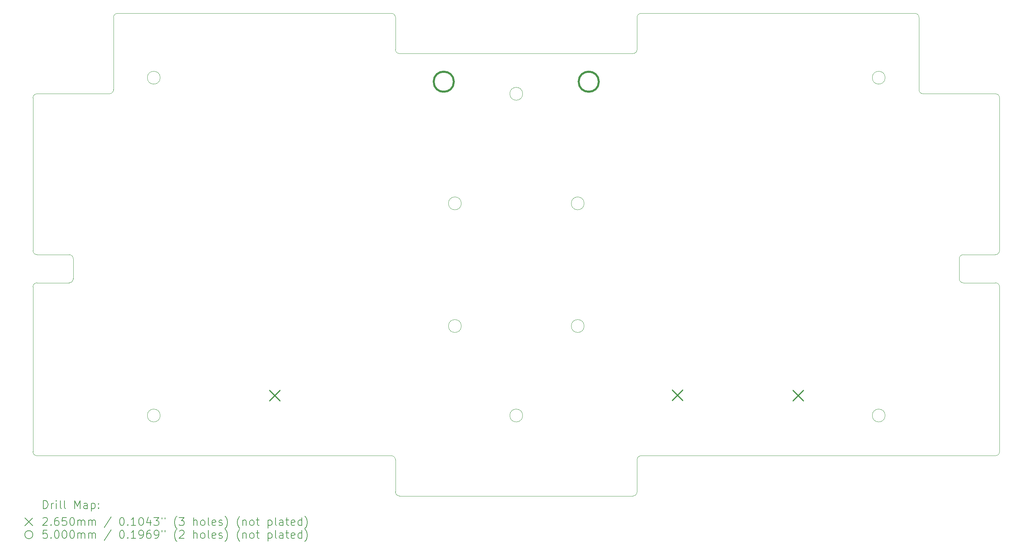
<source format=gbr>
%TF.GenerationSoftware,KiCad,Pcbnew,8.0.4*%
%TF.CreationDate,2025-02-19T19:23:20+01:00*%
%TF.ProjectId,Quiver_PDB_01,51756976-6572-45f5-9044-425f30312e6b,rev?*%
%TF.SameCoordinates,Original*%
%TF.FileFunction,Drillmap*%
%TF.FilePolarity,Positive*%
%FSLAX45Y45*%
G04 Gerber Fmt 4.5, Leading zero omitted, Abs format (unit mm)*
G04 Created by KiCad (PCBNEW 8.0.4) date 2025-02-19 19:23:20*
%MOMM*%
%LPD*%
G01*
G04 APERTURE LIST*
%ADD10C,0.050000*%
%ADD11C,0.120000*%
%ADD12C,0.200000*%
%ADD13C,0.265000*%
%ADD14C,0.500000*%
G04 APERTURE END LIST*
D10*
X24160000Y-13000000D02*
G75*
G02*
X23840000Y-13000000I-160000J0D01*
G01*
X23840000Y-13000000D02*
G75*
G02*
X24160000Y-13000000I160000J0D01*
G01*
X26000000Y-9100000D02*
G75*
G02*
X26100000Y-9000000I100000J0D01*
G01*
X15160000Y-5000000D02*
G75*
G02*
X14840000Y-5000000I-160000J0D01*
G01*
X14840000Y-5000000D02*
G75*
G02*
X15160000Y-5000000I160000J0D01*
G01*
X18000000Y-3100000D02*
X18000000Y-3900000D01*
X27000000Y-13900000D02*
G75*
G02*
X26900000Y-14000000I-100000J0D01*
G01*
X4000000Y-9100000D02*
X4000000Y-9600000D01*
X5000000Y-3100000D02*
X5000000Y-4900000D01*
X12100000Y-15000000D02*
X17900000Y-15000000D01*
X12000000Y-14100000D02*
X12000000Y-14900000D01*
X26000000Y-9600000D02*
X26000000Y-9100000D01*
X15160000Y-13000000D02*
G75*
G02*
X14840000Y-13000000I-160000J0D01*
G01*
X14840000Y-13000000D02*
G75*
G02*
X15160000Y-13000000I160000J0D01*
G01*
X26900000Y-5000000D02*
G75*
G02*
X27000000Y-5100000I0J-100000D01*
G01*
X18000000Y-3100000D02*
G75*
G02*
X18100000Y-3000000I100000J0D01*
G01*
X12100000Y-4000000D02*
G75*
G02*
X12000000Y-3900000I0J100000D01*
G01*
X3100000Y-9000000D02*
X3900000Y-9000000D01*
X11900000Y-14000000D02*
G75*
G02*
X12000000Y-14100000I0J-100000D01*
G01*
X25000000Y-4900000D02*
X25000000Y-3100000D01*
X18000000Y-14900000D02*
X18000000Y-14100000D01*
X27000000Y-8900000D02*
G75*
G02*
X26900000Y-9000000I-100000J0D01*
G01*
X4000000Y-9600000D02*
G75*
G02*
X3900000Y-9700000I-100000J0D01*
G01*
X27000000Y-13900000D02*
X27000000Y-9800000D01*
X3100000Y-14000000D02*
X11900000Y-14000000D01*
X26900000Y-9700000D02*
G75*
G02*
X27000000Y-9800000I0J-100000D01*
G01*
X12100000Y-15000000D02*
G75*
G02*
X12000000Y-14900000I0J100000D01*
G01*
X6160000Y-4600000D02*
G75*
G02*
X5840000Y-4600000I-160000J0D01*
G01*
X5840000Y-4600000D02*
G75*
G02*
X6160000Y-4600000I160000J0D01*
G01*
X24160000Y-4600000D02*
G75*
G02*
X23840000Y-4600000I-160000J0D01*
G01*
X23840000Y-4600000D02*
G75*
G02*
X24160000Y-4600000I160000J0D01*
G01*
X3900000Y-9000000D02*
G75*
G02*
X4000000Y-9100000I0J-100000D01*
G01*
X3100000Y-9000000D02*
G75*
G02*
X3000000Y-8900000I0J100000D01*
G01*
X5000000Y-4900000D02*
G75*
G02*
X4900000Y-5000000I-100000J0D01*
G01*
X3000000Y-9800000D02*
X3000000Y-13900000D01*
X18000000Y-3900000D02*
G75*
G02*
X17900000Y-4000000I-100000J0D01*
G01*
X6160000Y-13000000D02*
G75*
G02*
X5840000Y-13000000I-160000J0D01*
G01*
X5840000Y-13000000D02*
G75*
G02*
X6160000Y-13000000I160000J0D01*
G01*
X26100000Y-9700000D02*
G75*
G02*
X26000000Y-9600000I0J100000D01*
G01*
X3100000Y-14000000D02*
G75*
G02*
X3000000Y-13900000I0J100000D01*
G01*
X3000000Y-5100000D02*
G75*
G02*
X3100000Y-5000000I100000J0D01*
G01*
X25100000Y-5000000D02*
G75*
G02*
X25000000Y-4900000I0J100000D01*
G01*
X26900000Y-5000000D02*
X25100000Y-5000000D01*
X18000000Y-14100000D02*
G75*
G02*
X18100000Y-14000000I100000J0D01*
G01*
X4900000Y-5000000D02*
X3100000Y-5000000D01*
X24900000Y-3000000D02*
X18100000Y-3000000D01*
X11900000Y-3000000D02*
G75*
G02*
X12000000Y-3100000I0J-100000D01*
G01*
X3100000Y-9700000D02*
X3900000Y-9700000D01*
X26100000Y-9000000D02*
X26900000Y-9000000D01*
X12000000Y-3900000D02*
X12000000Y-3100000D01*
X3000000Y-9800000D02*
G75*
G02*
X3100000Y-9700000I100000J0D01*
G01*
X17900000Y-4000000D02*
X12100000Y-4000000D01*
X5000000Y-3100000D02*
G75*
G02*
X5100000Y-3000000I100000J0D01*
G01*
X18100000Y-14000000D02*
X26900000Y-14000000D01*
X18000000Y-14900000D02*
G75*
G02*
X17900000Y-15000000I-100000J0D01*
G01*
X11900000Y-3000000D02*
X5100000Y-3000000D01*
X24900000Y-3000000D02*
G75*
G02*
X25000000Y-3100000I0J-100000D01*
G01*
X27000000Y-8900000D02*
X27000000Y-5100000D01*
X26900000Y-9700000D02*
X26100000Y-9700000D01*
X3000000Y-5100000D02*
X3000000Y-8900000D01*
D11*
X13636288Y-7725000D02*
G75*
G02*
X13316288Y-7725000I-160000J0D01*
G01*
X13316288Y-7725000D02*
G75*
G02*
X13636288Y-7725000I160000J0D01*
G01*
X13636288Y-10775000D02*
G75*
G02*
X13316288Y-10775000I-160000J0D01*
G01*
X13316288Y-10775000D02*
G75*
G02*
X13636288Y-10775000I160000J0D01*
G01*
X16686288Y-7725000D02*
G75*
G02*
X16366288Y-7725000I-160000J0D01*
G01*
X16366288Y-7725000D02*
G75*
G02*
X16686288Y-7725000I160000J0D01*
G01*
X16686288Y-10775000D02*
G75*
G02*
X16366288Y-10775000I-160000J0D01*
G01*
X16366288Y-10775000D02*
G75*
G02*
X16686288Y-10775000I160000J0D01*
G01*
D12*
D13*
X8867500Y-12372000D02*
X9132500Y-12637000D01*
X9132500Y-12372000D02*
X8867500Y-12637000D01*
X18867500Y-12363000D02*
X19132500Y-12628000D01*
X19132500Y-12363000D02*
X18867500Y-12628000D01*
X21867500Y-12372000D02*
X22132500Y-12637000D01*
X22132500Y-12372000D02*
X21867500Y-12637000D01*
D14*
X13450000Y-4700000D02*
G75*
G02*
X12950000Y-4700000I-250000J0D01*
G01*
X12950000Y-4700000D02*
G75*
G02*
X13450000Y-4700000I250000J0D01*
G01*
X17050000Y-4700000D02*
G75*
G02*
X16550000Y-4700000I-250000J0D01*
G01*
X16550000Y-4700000D02*
G75*
G02*
X17050000Y-4700000I250000J0D01*
G01*
D12*
X3258277Y-15313984D02*
X3258277Y-15113984D01*
X3258277Y-15113984D02*
X3305896Y-15113984D01*
X3305896Y-15113984D02*
X3334467Y-15123508D01*
X3334467Y-15123508D02*
X3353515Y-15142555D01*
X3353515Y-15142555D02*
X3363039Y-15161603D01*
X3363039Y-15161603D02*
X3372562Y-15199698D01*
X3372562Y-15199698D02*
X3372562Y-15228269D01*
X3372562Y-15228269D02*
X3363039Y-15266365D01*
X3363039Y-15266365D02*
X3353515Y-15285412D01*
X3353515Y-15285412D02*
X3334467Y-15304460D01*
X3334467Y-15304460D02*
X3305896Y-15313984D01*
X3305896Y-15313984D02*
X3258277Y-15313984D01*
X3458277Y-15313984D02*
X3458277Y-15180650D01*
X3458277Y-15218746D02*
X3467801Y-15199698D01*
X3467801Y-15199698D02*
X3477324Y-15190174D01*
X3477324Y-15190174D02*
X3496372Y-15180650D01*
X3496372Y-15180650D02*
X3515420Y-15180650D01*
X3582086Y-15313984D02*
X3582086Y-15180650D01*
X3582086Y-15113984D02*
X3572562Y-15123508D01*
X3572562Y-15123508D02*
X3582086Y-15133031D01*
X3582086Y-15133031D02*
X3591610Y-15123508D01*
X3591610Y-15123508D02*
X3582086Y-15113984D01*
X3582086Y-15113984D02*
X3582086Y-15133031D01*
X3705896Y-15313984D02*
X3686848Y-15304460D01*
X3686848Y-15304460D02*
X3677324Y-15285412D01*
X3677324Y-15285412D02*
X3677324Y-15113984D01*
X3810658Y-15313984D02*
X3791610Y-15304460D01*
X3791610Y-15304460D02*
X3782086Y-15285412D01*
X3782086Y-15285412D02*
X3782086Y-15113984D01*
X4039229Y-15313984D02*
X4039229Y-15113984D01*
X4039229Y-15113984D02*
X4105896Y-15256841D01*
X4105896Y-15256841D02*
X4172562Y-15113984D01*
X4172562Y-15113984D02*
X4172562Y-15313984D01*
X4353515Y-15313984D02*
X4353515Y-15209222D01*
X4353515Y-15209222D02*
X4343991Y-15190174D01*
X4343991Y-15190174D02*
X4324944Y-15180650D01*
X4324944Y-15180650D02*
X4286848Y-15180650D01*
X4286848Y-15180650D02*
X4267801Y-15190174D01*
X4353515Y-15304460D02*
X4334467Y-15313984D01*
X4334467Y-15313984D02*
X4286848Y-15313984D01*
X4286848Y-15313984D02*
X4267801Y-15304460D01*
X4267801Y-15304460D02*
X4258277Y-15285412D01*
X4258277Y-15285412D02*
X4258277Y-15266365D01*
X4258277Y-15266365D02*
X4267801Y-15247317D01*
X4267801Y-15247317D02*
X4286848Y-15237793D01*
X4286848Y-15237793D02*
X4334467Y-15237793D01*
X4334467Y-15237793D02*
X4353515Y-15228269D01*
X4448753Y-15180650D02*
X4448753Y-15380650D01*
X4448753Y-15190174D02*
X4467801Y-15180650D01*
X4467801Y-15180650D02*
X4505896Y-15180650D01*
X4505896Y-15180650D02*
X4524944Y-15190174D01*
X4524944Y-15190174D02*
X4534467Y-15199698D01*
X4534467Y-15199698D02*
X4543991Y-15218746D01*
X4543991Y-15218746D02*
X4543991Y-15275888D01*
X4543991Y-15275888D02*
X4534467Y-15294936D01*
X4534467Y-15294936D02*
X4524944Y-15304460D01*
X4524944Y-15304460D02*
X4505896Y-15313984D01*
X4505896Y-15313984D02*
X4467801Y-15313984D01*
X4467801Y-15313984D02*
X4448753Y-15304460D01*
X4629705Y-15294936D02*
X4639229Y-15304460D01*
X4639229Y-15304460D02*
X4629705Y-15313984D01*
X4629705Y-15313984D02*
X4620182Y-15304460D01*
X4620182Y-15304460D02*
X4629705Y-15294936D01*
X4629705Y-15294936D02*
X4629705Y-15313984D01*
X4629705Y-15190174D02*
X4639229Y-15199698D01*
X4639229Y-15199698D02*
X4629705Y-15209222D01*
X4629705Y-15209222D02*
X4620182Y-15199698D01*
X4620182Y-15199698D02*
X4629705Y-15190174D01*
X4629705Y-15190174D02*
X4629705Y-15209222D01*
X2797500Y-15542500D02*
X2997500Y-15742500D01*
X2997500Y-15542500D02*
X2797500Y-15742500D01*
X3248753Y-15553031D02*
X3258277Y-15543508D01*
X3258277Y-15543508D02*
X3277324Y-15533984D01*
X3277324Y-15533984D02*
X3324943Y-15533984D01*
X3324943Y-15533984D02*
X3343991Y-15543508D01*
X3343991Y-15543508D02*
X3353515Y-15553031D01*
X3353515Y-15553031D02*
X3363039Y-15572079D01*
X3363039Y-15572079D02*
X3363039Y-15591127D01*
X3363039Y-15591127D02*
X3353515Y-15619698D01*
X3353515Y-15619698D02*
X3239229Y-15733984D01*
X3239229Y-15733984D02*
X3363039Y-15733984D01*
X3448753Y-15714936D02*
X3458277Y-15724460D01*
X3458277Y-15724460D02*
X3448753Y-15733984D01*
X3448753Y-15733984D02*
X3439229Y-15724460D01*
X3439229Y-15724460D02*
X3448753Y-15714936D01*
X3448753Y-15714936D02*
X3448753Y-15733984D01*
X3629705Y-15533984D02*
X3591610Y-15533984D01*
X3591610Y-15533984D02*
X3572562Y-15543508D01*
X3572562Y-15543508D02*
X3563039Y-15553031D01*
X3563039Y-15553031D02*
X3543991Y-15581603D01*
X3543991Y-15581603D02*
X3534467Y-15619698D01*
X3534467Y-15619698D02*
X3534467Y-15695888D01*
X3534467Y-15695888D02*
X3543991Y-15714936D01*
X3543991Y-15714936D02*
X3553515Y-15724460D01*
X3553515Y-15724460D02*
X3572562Y-15733984D01*
X3572562Y-15733984D02*
X3610658Y-15733984D01*
X3610658Y-15733984D02*
X3629705Y-15724460D01*
X3629705Y-15724460D02*
X3639229Y-15714936D01*
X3639229Y-15714936D02*
X3648753Y-15695888D01*
X3648753Y-15695888D02*
X3648753Y-15648269D01*
X3648753Y-15648269D02*
X3639229Y-15629222D01*
X3639229Y-15629222D02*
X3629705Y-15619698D01*
X3629705Y-15619698D02*
X3610658Y-15610174D01*
X3610658Y-15610174D02*
X3572562Y-15610174D01*
X3572562Y-15610174D02*
X3553515Y-15619698D01*
X3553515Y-15619698D02*
X3543991Y-15629222D01*
X3543991Y-15629222D02*
X3534467Y-15648269D01*
X3829705Y-15533984D02*
X3734467Y-15533984D01*
X3734467Y-15533984D02*
X3724943Y-15629222D01*
X3724943Y-15629222D02*
X3734467Y-15619698D01*
X3734467Y-15619698D02*
X3753515Y-15610174D01*
X3753515Y-15610174D02*
X3801134Y-15610174D01*
X3801134Y-15610174D02*
X3820182Y-15619698D01*
X3820182Y-15619698D02*
X3829705Y-15629222D01*
X3829705Y-15629222D02*
X3839229Y-15648269D01*
X3839229Y-15648269D02*
X3839229Y-15695888D01*
X3839229Y-15695888D02*
X3829705Y-15714936D01*
X3829705Y-15714936D02*
X3820182Y-15724460D01*
X3820182Y-15724460D02*
X3801134Y-15733984D01*
X3801134Y-15733984D02*
X3753515Y-15733984D01*
X3753515Y-15733984D02*
X3734467Y-15724460D01*
X3734467Y-15724460D02*
X3724943Y-15714936D01*
X3963039Y-15533984D02*
X3982086Y-15533984D01*
X3982086Y-15533984D02*
X4001134Y-15543508D01*
X4001134Y-15543508D02*
X4010658Y-15553031D01*
X4010658Y-15553031D02*
X4020182Y-15572079D01*
X4020182Y-15572079D02*
X4029705Y-15610174D01*
X4029705Y-15610174D02*
X4029705Y-15657793D01*
X4029705Y-15657793D02*
X4020182Y-15695888D01*
X4020182Y-15695888D02*
X4010658Y-15714936D01*
X4010658Y-15714936D02*
X4001134Y-15724460D01*
X4001134Y-15724460D02*
X3982086Y-15733984D01*
X3982086Y-15733984D02*
X3963039Y-15733984D01*
X3963039Y-15733984D02*
X3943991Y-15724460D01*
X3943991Y-15724460D02*
X3934467Y-15714936D01*
X3934467Y-15714936D02*
X3924943Y-15695888D01*
X3924943Y-15695888D02*
X3915420Y-15657793D01*
X3915420Y-15657793D02*
X3915420Y-15610174D01*
X3915420Y-15610174D02*
X3924943Y-15572079D01*
X3924943Y-15572079D02*
X3934467Y-15553031D01*
X3934467Y-15553031D02*
X3943991Y-15543508D01*
X3943991Y-15543508D02*
X3963039Y-15533984D01*
X4115420Y-15733984D02*
X4115420Y-15600650D01*
X4115420Y-15619698D02*
X4124943Y-15610174D01*
X4124943Y-15610174D02*
X4143991Y-15600650D01*
X4143991Y-15600650D02*
X4172563Y-15600650D01*
X4172563Y-15600650D02*
X4191610Y-15610174D01*
X4191610Y-15610174D02*
X4201134Y-15629222D01*
X4201134Y-15629222D02*
X4201134Y-15733984D01*
X4201134Y-15629222D02*
X4210658Y-15610174D01*
X4210658Y-15610174D02*
X4229705Y-15600650D01*
X4229705Y-15600650D02*
X4258277Y-15600650D01*
X4258277Y-15600650D02*
X4277325Y-15610174D01*
X4277325Y-15610174D02*
X4286848Y-15629222D01*
X4286848Y-15629222D02*
X4286848Y-15733984D01*
X4382086Y-15733984D02*
X4382086Y-15600650D01*
X4382086Y-15619698D02*
X4391610Y-15610174D01*
X4391610Y-15610174D02*
X4410658Y-15600650D01*
X4410658Y-15600650D02*
X4439229Y-15600650D01*
X4439229Y-15600650D02*
X4458277Y-15610174D01*
X4458277Y-15610174D02*
X4467801Y-15629222D01*
X4467801Y-15629222D02*
X4467801Y-15733984D01*
X4467801Y-15629222D02*
X4477325Y-15610174D01*
X4477325Y-15610174D02*
X4496372Y-15600650D01*
X4496372Y-15600650D02*
X4524944Y-15600650D01*
X4524944Y-15600650D02*
X4543991Y-15610174D01*
X4543991Y-15610174D02*
X4553515Y-15629222D01*
X4553515Y-15629222D02*
X4553515Y-15733984D01*
X4943991Y-15524460D02*
X4772563Y-15781603D01*
X5201134Y-15533984D02*
X5220182Y-15533984D01*
X5220182Y-15533984D02*
X5239229Y-15543508D01*
X5239229Y-15543508D02*
X5248753Y-15553031D01*
X5248753Y-15553031D02*
X5258277Y-15572079D01*
X5258277Y-15572079D02*
X5267801Y-15610174D01*
X5267801Y-15610174D02*
X5267801Y-15657793D01*
X5267801Y-15657793D02*
X5258277Y-15695888D01*
X5258277Y-15695888D02*
X5248753Y-15714936D01*
X5248753Y-15714936D02*
X5239229Y-15724460D01*
X5239229Y-15724460D02*
X5220182Y-15733984D01*
X5220182Y-15733984D02*
X5201134Y-15733984D01*
X5201134Y-15733984D02*
X5182087Y-15724460D01*
X5182087Y-15724460D02*
X5172563Y-15714936D01*
X5172563Y-15714936D02*
X5163039Y-15695888D01*
X5163039Y-15695888D02*
X5153515Y-15657793D01*
X5153515Y-15657793D02*
X5153515Y-15610174D01*
X5153515Y-15610174D02*
X5163039Y-15572079D01*
X5163039Y-15572079D02*
X5172563Y-15553031D01*
X5172563Y-15553031D02*
X5182087Y-15543508D01*
X5182087Y-15543508D02*
X5201134Y-15533984D01*
X5353515Y-15714936D02*
X5363039Y-15724460D01*
X5363039Y-15724460D02*
X5353515Y-15733984D01*
X5353515Y-15733984D02*
X5343991Y-15724460D01*
X5343991Y-15724460D02*
X5353515Y-15714936D01*
X5353515Y-15714936D02*
X5353515Y-15733984D01*
X5553515Y-15733984D02*
X5439229Y-15733984D01*
X5496372Y-15733984D02*
X5496372Y-15533984D01*
X5496372Y-15533984D02*
X5477325Y-15562555D01*
X5477325Y-15562555D02*
X5458277Y-15581603D01*
X5458277Y-15581603D02*
X5439229Y-15591127D01*
X5677325Y-15533984D02*
X5696372Y-15533984D01*
X5696372Y-15533984D02*
X5715420Y-15543508D01*
X5715420Y-15543508D02*
X5724944Y-15553031D01*
X5724944Y-15553031D02*
X5734467Y-15572079D01*
X5734467Y-15572079D02*
X5743991Y-15610174D01*
X5743991Y-15610174D02*
X5743991Y-15657793D01*
X5743991Y-15657793D02*
X5734467Y-15695888D01*
X5734467Y-15695888D02*
X5724944Y-15714936D01*
X5724944Y-15714936D02*
X5715420Y-15724460D01*
X5715420Y-15724460D02*
X5696372Y-15733984D01*
X5696372Y-15733984D02*
X5677325Y-15733984D01*
X5677325Y-15733984D02*
X5658277Y-15724460D01*
X5658277Y-15724460D02*
X5648753Y-15714936D01*
X5648753Y-15714936D02*
X5639229Y-15695888D01*
X5639229Y-15695888D02*
X5629706Y-15657793D01*
X5629706Y-15657793D02*
X5629706Y-15610174D01*
X5629706Y-15610174D02*
X5639229Y-15572079D01*
X5639229Y-15572079D02*
X5648753Y-15553031D01*
X5648753Y-15553031D02*
X5658277Y-15543508D01*
X5658277Y-15543508D02*
X5677325Y-15533984D01*
X5915420Y-15600650D02*
X5915420Y-15733984D01*
X5867801Y-15524460D02*
X5820182Y-15667317D01*
X5820182Y-15667317D02*
X5943991Y-15667317D01*
X6001134Y-15533984D02*
X6124944Y-15533984D01*
X6124944Y-15533984D02*
X6058277Y-15610174D01*
X6058277Y-15610174D02*
X6086848Y-15610174D01*
X6086848Y-15610174D02*
X6105896Y-15619698D01*
X6105896Y-15619698D02*
X6115420Y-15629222D01*
X6115420Y-15629222D02*
X6124944Y-15648269D01*
X6124944Y-15648269D02*
X6124944Y-15695888D01*
X6124944Y-15695888D02*
X6115420Y-15714936D01*
X6115420Y-15714936D02*
X6105896Y-15724460D01*
X6105896Y-15724460D02*
X6086848Y-15733984D01*
X6086848Y-15733984D02*
X6029706Y-15733984D01*
X6029706Y-15733984D02*
X6010658Y-15724460D01*
X6010658Y-15724460D02*
X6001134Y-15714936D01*
X6201134Y-15533984D02*
X6201134Y-15572079D01*
X6277325Y-15533984D02*
X6277325Y-15572079D01*
X6572563Y-15810174D02*
X6563039Y-15800650D01*
X6563039Y-15800650D02*
X6543991Y-15772079D01*
X6543991Y-15772079D02*
X6534468Y-15753031D01*
X6534468Y-15753031D02*
X6524944Y-15724460D01*
X6524944Y-15724460D02*
X6515420Y-15676841D01*
X6515420Y-15676841D02*
X6515420Y-15638746D01*
X6515420Y-15638746D02*
X6524944Y-15591127D01*
X6524944Y-15591127D02*
X6534468Y-15562555D01*
X6534468Y-15562555D02*
X6543991Y-15543508D01*
X6543991Y-15543508D02*
X6563039Y-15514936D01*
X6563039Y-15514936D02*
X6572563Y-15505412D01*
X6629706Y-15533984D02*
X6753515Y-15533984D01*
X6753515Y-15533984D02*
X6686848Y-15610174D01*
X6686848Y-15610174D02*
X6715420Y-15610174D01*
X6715420Y-15610174D02*
X6734468Y-15619698D01*
X6734468Y-15619698D02*
X6743991Y-15629222D01*
X6743991Y-15629222D02*
X6753515Y-15648269D01*
X6753515Y-15648269D02*
X6753515Y-15695888D01*
X6753515Y-15695888D02*
X6743991Y-15714936D01*
X6743991Y-15714936D02*
X6734468Y-15724460D01*
X6734468Y-15724460D02*
X6715420Y-15733984D01*
X6715420Y-15733984D02*
X6658277Y-15733984D01*
X6658277Y-15733984D02*
X6639229Y-15724460D01*
X6639229Y-15724460D02*
X6629706Y-15714936D01*
X6991610Y-15733984D02*
X6991610Y-15533984D01*
X7077325Y-15733984D02*
X7077325Y-15629222D01*
X7077325Y-15629222D02*
X7067801Y-15610174D01*
X7067801Y-15610174D02*
X7048753Y-15600650D01*
X7048753Y-15600650D02*
X7020182Y-15600650D01*
X7020182Y-15600650D02*
X7001134Y-15610174D01*
X7001134Y-15610174D02*
X6991610Y-15619698D01*
X7201134Y-15733984D02*
X7182087Y-15724460D01*
X7182087Y-15724460D02*
X7172563Y-15714936D01*
X7172563Y-15714936D02*
X7163039Y-15695888D01*
X7163039Y-15695888D02*
X7163039Y-15638746D01*
X7163039Y-15638746D02*
X7172563Y-15619698D01*
X7172563Y-15619698D02*
X7182087Y-15610174D01*
X7182087Y-15610174D02*
X7201134Y-15600650D01*
X7201134Y-15600650D02*
X7229706Y-15600650D01*
X7229706Y-15600650D02*
X7248753Y-15610174D01*
X7248753Y-15610174D02*
X7258277Y-15619698D01*
X7258277Y-15619698D02*
X7267801Y-15638746D01*
X7267801Y-15638746D02*
X7267801Y-15695888D01*
X7267801Y-15695888D02*
X7258277Y-15714936D01*
X7258277Y-15714936D02*
X7248753Y-15724460D01*
X7248753Y-15724460D02*
X7229706Y-15733984D01*
X7229706Y-15733984D02*
X7201134Y-15733984D01*
X7382087Y-15733984D02*
X7363039Y-15724460D01*
X7363039Y-15724460D02*
X7353515Y-15705412D01*
X7353515Y-15705412D02*
X7353515Y-15533984D01*
X7534468Y-15724460D02*
X7515420Y-15733984D01*
X7515420Y-15733984D02*
X7477325Y-15733984D01*
X7477325Y-15733984D02*
X7458277Y-15724460D01*
X7458277Y-15724460D02*
X7448753Y-15705412D01*
X7448753Y-15705412D02*
X7448753Y-15629222D01*
X7448753Y-15629222D02*
X7458277Y-15610174D01*
X7458277Y-15610174D02*
X7477325Y-15600650D01*
X7477325Y-15600650D02*
X7515420Y-15600650D01*
X7515420Y-15600650D02*
X7534468Y-15610174D01*
X7534468Y-15610174D02*
X7543991Y-15629222D01*
X7543991Y-15629222D02*
X7543991Y-15648269D01*
X7543991Y-15648269D02*
X7448753Y-15667317D01*
X7620182Y-15724460D02*
X7639230Y-15733984D01*
X7639230Y-15733984D02*
X7677325Y-15733984D01*
X7677325Y-15733984D02*
X7696372Y-15724460D01*
X7696372Y-15724460D02*
X7705896Y-15705412D01*
X7705896Y-15705412D02*
X7705896Y-15695888D01*
X7705896Y-15695888D02*
X7696372Y-15676841D01*
X7696372Y-15676841D02*
X7677325Y-15667317D01*
X7677325Y-15667317D02*
X7648753Y-15667317D01*
X7648753Y-15667317D02*
X7629706Y-15657793D01*
X7629706Y-15657793D02*
X7620182Y-15638746D01*
X7620182Y-15638746D02*
X7620182Y-15629222D01*
X7620182Y-15629222D02*
X7629706Y-15610174D01*
X7629706Y-15610174D02*
X7648753Y-15600650D01*
X7648753Y-15600650D02*
X7677325Y-15600650D01*
X7677325Y-15600650D02*
X7696372Y-15610174D01*
X7772563Y-15810174D02*
X7782087Y-15800650D01*
X7782087Y-15800650D02*
X7801134Y-15772079D01*
X7801134Y-15772079D02*
X7810658Y-15753031D01*
X7810658Y-15753031D02*
X7820182Y-15724460D01*
X7820182Y-15724460D02*
X7829706Y-15676841D01*
X7829706Y-15676841D02*
X7829706Y-15638746D01*
X7829706Y-15638746D02*
X7820182Y-15591127D01*
X7820182Y-15591127D02*
X7810658Y-15562555D01*
X7810658Y-15562555D02*
X7801134Y-15543508D01*
X7801134Y-15543508D02*
X7782087Y-15514936D01*
X7782087Y-15514936D02*
X7772563Y-15505412D01*
X8134468Y-15810174D02*
X8124944Y-15800650D01*
X8124944Y-15800650D02*
X8105896Y-15772079D01*
X8105896Y-15772079D02*
X8096372Y-15753031D01*
X8096372Y-15753031D02*
X8086849Y-15724460D01*
X8086849Y-15724460D02*
X8077325Y-15676841D01*
X8077325Y-15676841D02*
X8077325Y-15638746D01*
X8077325Y-15638746D02*
X8086849Y-15591127D01*
X8086849Y-15591127D02*
X8096372Y-15562555D01*
X8096372Y-15562555D02*
X8105896Y-15543508D01*
X8105896Y-15543508D02*
X8124944Y-15514936D01*
X8124944Y-15514936D02*
X8134468Y-15505412D01*
X8210658Y-15600650D02*
X8210658Y-15733984D01*
X8210658Y-15619698D02*
X8220182Y-15610174D01*
X8220182Y-15610174D02*
X8239230Y-15600650D01*
X8239230Y-15600650D02*
X8267801Y-15600650D01*
X8267801Y-15600650D02*
X8286849Y-15610174D01*
X8286849Y-15610174D02*
X8296372Y-15629222D01*
X8296372Y-15629222D02*
X8296372Y-15733984D01*
X8420182Y-15733984D02*
X8401134Y-15724460D01*
X8401134Y-15724460D02*
X8391611Y-15714936D01*
X8391611Y-15714936D02*
X8382087Y-15695888D01*
X8382087Y-15695888D02*
X8382087Y-15638746D01*
X8382087Y-15638746D02*
X8391611Y-15619698D01*
X8391611Y-15619698D02*
X8401134Y-15610174D01*
X8401134Y-15610174D02*
X8420182Y-15600650D01*
X8420182Y-15600650D02*
X8448754Y-15600650D01*
X8448754Y-15600650D02*
X8467801Y-15610174D01*
X8467801Y-15610174D02*
X8477325Y-15619698D01*
X8477325Y-15619698D02*
X8486849Y-15638746D01*
X8486849Y-15638746D02*
X8486849Y-15695888D01*
X8486849Y-15695888D02*
X8477325Y-15714936D01*
X8477325Y-15714936D02*
X8467801Y-15724460D01*
X8467801Y-15724460D02*
X8448754Y-15733984D01*
X8448754Y-15733984D02*
X8420182Y-15733984D01*
X8543992Y-15600650D02*
X8620182Y-15600650D01*
X8572563Y-15533984D02*
X8572563Y-15705412D01*
X8572563Y-15705412D02*
X8582087Y-15724460D01*
X8582087Y-15724460D02*
X8601134Y-15733984D01*
X8601134Y-15733984D02*
X8620182Y-15733984D01*
X8839230Y-15600650D02*
X8839230Y-15800650D01*
X8839230Y-15610174D02*
X8858277Y-15600650D01*
X8858277Y-15600650D02*
X8896373Y-15600650D01*
X8896373Y-15600650D02*
X8915420Y-15610174D01*
X8915420Y-15610174D02*
X8924944Y-15619698D01*
X8924944Y-15619698D02*
X8934468Y-15638746D01*
X8934468Y-15638746D02*
X8934468Y-15695888D01*
X8934468Y-15695888D02*
X8924944Y-15714936D01*
X8924944Y-15714936D02*
X8915420Y-15724460D01*
X8915420Y-15724460D02*
X8896373Y-15733984D01*
X8896373Y-15733984D02*
X8858277Y-15733984D01*
X8858277Y-15733984D02*
X8839230Y-15724460D01*
X9048754Y-15733984D02*
X9029706Y-15724460D01*
X9029706Y-15724460D02*
X9020182Y-15705412D01*
X9020182Y-15705412D02*
X9020182Y-15533984D01*
X9210658Y-15733984D02*
X9210658Y-15629222D01*
X9210658Y-15629222D02*
X9201135Y-15610174D01*
X9201135Y-15610174D02*
X9182087Y-15600650D01*
X9182087Y-15600650D02*
X9143992Y-15600650D01*
X9143992Y-15600650D02*
X9124944Y-15610174D01*
X9210658Y-15724460D02*
X9191611Y-15733984D01*
X9191611Y-15733984D02*
X9143992Y-15733984D01*
X9143992Y-15733984D02*
X9124944Y-15724460D01*
X9124944Y-15724460D02*
X9115420Y-15705412D01*
X9115420Y-15705412D02*
X9115420Y-15686365D01*
X9115420Y-15686365D02*
X9124944Y-15667317D01*
X9124944Y-15667317D02*
X9143992Y-15657793D01*
X9143992Y-15657793D02*
X9191611Y-15657793D01*
X9191611Y-15657793D02*
X9210658Y-15648269D01*
X9277325Y-15600650D02*
X9353515Y-15600650D01*
X9305896Y-15533984D02*
X9305896Y-15705412D01*
X9305896Y-15705412D02*
X9315420Y-15724460D01*
X9315420Y-15724460D02*
X9334468Y-15733984D01*
X9334468Y-15733984D02*
X9353515Y-15733984D01*
X9496373Y-15724460D02*
X9477325Y-15733984D01*
X9477325Y-15733984D02*
X9439230Y-15733984D01*
X9439230Y-15733984D02*
X9420182Y-15724460D01*
X9420182Y-15724460D02*
X9410658Y-15705412D01*
X9410658Y-15705412D02*
X9410658Y-15629222D01*
X9410658Y-15629222D02*
X9420182Y-15610174D01*
X9420182Y-15610174D02*
X9439230Y-15600650D01*
X9439230Y-15600650D02*
X9477325Y-15600650D01*
X9477325Y-15600650D02*
X9496373Y-15610174D01*
X9496373Y-15610174D02*
X9505896Y-15629222D01*
X9505896Y-15629222D02*
X9505896Y-15648269D01*
X9505896Y-15648269D02*
X9410658Y-15667317D01*
X9677325Y-15733984D02*
X9677325Y-15533984D01*
X9677325Y-15724460D02*
X9658277Y-15733984D01*
X9658277Y-15733984D02*
X9620182Y-15733984D01*
X9620182Y-15733984D02*
X9601135Y-15724460D01*
X9601135Y-15724460D02*
X9591611Y-15714936D01*
X9591611Y-15714936D02*
X9582087Y-15695888D01*
X9582087Y-15695888D02*
X9582087Y-15638746D01*
X9582087Y-15638746D02*
X9591611Y-15619698D01*
X9591611Y-15619698D02*
X9601135Y-15610174D01*
X9601135Y-15610174D02*
X9620182Y-15600650D01*
X9620182Y-15600650D02*
X9658277Y-15600650D01*
X9658277Y-15600650D02*
X9677325Y-15610174D01*
X9753516Y-15810174D02*
X9763039Y-15800650D01*
X9763039Y-15800650D02*
X9782087Y-15772079D01*
X9782087Y-15772079D02*
X9791611Y-15753031D01*
X9791611Y-15753031D02*
X9801135Y-15724460D01*
X9801135Y-15724460D02*
X9810658Y-15676841D01*
X9810658Y-15676841D02*
X9810658Y-15638746D01*
X9810658Y-15638746D02*
X9801135Y-15591127D01*
X9801135Y-15591127D02*
X9791611Y-15562555D01*
X9791611Y-15562555D02*
X9782087Y-15543508D01*
X9782087Y-15543508D02*
X9763039Y-15514936D01*
X9763039Y-15514936D02*
X9753516Y-15505412D01*
X2997500Y-15962500D02*
G75*
G02*
X2797500Y-15962500I-100000J0D01*
G01*
X2797500Y-15962500D02*
G75*
G02*
X2997500Y-15962500I100000J0D01*
G01*
X3353515Y-15853984D02*
X3258277Y-15853984D01*
X3258277Y-15853984D02*
X3248753Y-15949222D01*
X3248753Y-15949222D02*
X3258277Y-15939698D01*
X3258277Y-15939698D02*
X3277324Y-15930174D01*
X3277324Y-15930174D02*
X3324943Y-15930174D01*
X3324943Y-15930174D02*
X3343991Y-15939698D01*
X3343991Y-15939698D02*
X3353515Y-15949222D01*
X3353515Y-15949222D02*
X3363039Y-15968269D01*
X3363039Y-15968269D02*
X3363039Y-16015888D01*
X3363039Y-16015888D02*
X3353515Y-16034936D01*
X3353515Y-16034936D02*
X3343991Y-16044460D01*
X3343991Y-16044460D02*
X3324943Y-16053984D01*
X3324943Y-16053984D02*
X3277324Y-16053984D01*
X3277324Y-16053984D02*
X3258277Y-16044460D01*
X3258277Y-16044460D02*
X3248753Y-16034936D01*
X3448753Y-16034936D02*
X3458277Y-16044460D01*
X3458277Y-16044460D02*
X3448753Y-16053984D01*
X3448753Y-16053984D02*
X3439229Y-16044460D01*
X3439229Y-16044460D02*
X3448753Y-16034936D01*
X3448753Y-16034936D02*
X3448753Y-16053984D01*
X3582086Y-15853984D02*
X3601134Y-15853984D01*
X3601134Y-15853984D02*
X3620182Y-15863508D01*
X3620182Y-15863508D02*
X3629705Y-15873031D01*
X3629705Y-15873031D02*
X3639229Y-15892079D01*
X3639229Y-15892079D02*
X3648753Y-15930174D01*
X3648753Y-15930174D02*
X3648753Y-15977793D01*
X3648753Y-15977793D02*
X3639229Y-16015888D01*
X3639229Y-16015888D02*
X3629705Y-16034936D01*
X3629705Y-16034936D02*
X3620182Y-16044460D01*
X3620182Y-16044460D02*
X3601134Y-16053984D01*
X3601134Y-16053984D02*
X3582086Y-16053984D01*
X3582086Y-16053984D02*
X3563039Y-16044460D01*
X3563039Y-16044460D02*
X3553515Y-16034936D01*
X3553515Y-16034936D02*
X3543991Y-16015888D01*
X3543991Y-16015888D02*
X3534467Y-15977793D01*
X3534467Y-15977793D02*
X3534467Y-15930174D01*
X3534467Y-15930174D02*
X3543991Y-15892079D01*
X3543991Y-15892079D02*
X3553515Y-15873031D01*
X3553515Y-15873031D02*
X3563039Y-15863508D01*
X3563039Y-15863508D02*
X3582086Y-15853984D01*
X3772562Y-15853984D02*
X3791610Y-15853984D01*
X3791610Y-15853984D02*
X3810658Y-15863508D01*
X3810658Y-15863508D02*
X3820182Y-15873031D01*
X3820182Y-15873031D02*
X3829705Y-15892079D01*
X3829705Y-15892079D02*
X3839229Y-15930174D01*
X3839229Y-15930174D02*
X3839229Y-15977793D01*
X3839229Y-15977793D02*
X3829705Y-16015888D01*
X3829705Y-16015888D02*
X3820182Y-16034936D01*
X3820182Y-16034936D02*
X3810658Y-16044460D01*
X3810658Y-16044460D02*
X3791610Y-16053984D01*
X3791610Y-16053984D02*
X3772562Y-16053984D01*
X3772562Y-16053984D02*
X3753515Y-16044460D01*
X3753515Y-16044460D02*
X3743991Y-16034936D01*
X3743991Y-16034936D02*
X3734467Y-16015888D01*
X3734467Y-16015888D02*
X3724943Y-15977793D01*
X3724943Y-15977793D02*
X3724943Y-15930174D01*
X3724943Y-15930174D02*
X3734467Y-15892079D01*
X3734467Y-15892079D02*
X3743991Y-15873031D01*
X3743991Y-15873031D02*
X3753515Y-15863508D01*
X3753515Y-15863508D02*
X3772562Y-15853984D01*
X3963039Y-15853984D02*
X3982086Y-15853984D01*
X3982086Y-15853984D02*
X4001134Y-15863508D01*
X4001134Y-15863508D02*
X4010658Y-15873031D01*
X4010658Y-15873031D02*
X4020182Y-15892079D01*
X4020182Y-15892079D02*
X4029705Y-15930174D01*
X4029705Y-15930174D02*
X4029705Y-15977793D01*
X4029705Y-15977793D02*
X4020182Y-16015888D01*
X4020182Y-16015888D02*
X4010658Y-16034936D01*
X4010658Y-16034936D02*
X4001134Y-16044460D01*
X4001134Y-16044460D02*
X3982086Y-16053984D01*
X3982086Y-16053984D02*
X3963039Y-16053984D01*
X3963039Y-16053984D02*
X3943991Y-16044460D01*
X3943991Y-16044460D02*
X3934467Y-16034936D01*
X3934467Y-16034936D02*
X3924943Y-16015888D01*
X3924943Y-16015888D02*
X3915420Y-15977793D01*
X3915420Y-15977793D02*
X3915420Y-15930174D01*
X3915420Y-15930174D02*
X3924943Y-15892079D01*
X3924943Y-15892079D02*
X3934467Y-15873031D01*
X3934467Y-15873031D02*
X3943991Y-15863508D01*
X3943991Y-15863508D02*
X3963039Y-15853984D01*
X4115420Y-16053984D02*
X4115420Y-15920650D01*
X4115420Y-15939698D02*
X4124943Y-15930174D01*
X4124943Y-15930174D02*
X4143991Y-15920650D01*
X4143991Y-15920650D02*
X4172563Y-15920650D01*
X4172563Y-15920650D02*
X4191610Y-15930174D01*
X4191610Y-15930174D02*
X4201134Y-15949222D01*
X4201134Y-15949222D02*
X4201134Y-16053984D01*
X4201134Y-15949222D02*
X4210658Y-15930174D01*
X4210658Y-15930174D02*
X4229705Y-15920650D01*
X4229705Y-15920650D02*
X4258277Y-15920650D01*
X4258277Y-15920650D02*
X4277325Y-15930174D01*
X4277325Y-15930174D02*
X4286848Y-15949222D01*
X4286848Y-15949222D02*
X4286848Y-16053984D01*
X4382086Y-16053984D02*
X4382086Y-15920650D01*
X4382086Y-15939698D02*
X4391610Y-15930174D01*
X4391610Y-15930174D02*
X4410658Y-15920650D01*
X4410658Y-15920650D02*
X4439229Y-15920650D01*
X4439229Y-15920650D02*
X4458277Y-15930174D01*
X4458277Y-15930174D02*
X4467801Y-15949222D01*
X4467801Y-15949222D02*
X4467801Y-16053984D01*
X4467801Y-15949222D02*
X4477325Y-15930174D01*
X4477325Y-15930174D02*
X4496372Y-15920650D01*
X4496372Y-15920650D02*
X4524944Y-15920650D01*
X4524944Y-15920650D02*
X4543991Y-15930174D01*
X4543991Y-15930174D02*
X4553515Y-15949222D01*
X4553515Y-15949222D02*
X4553515Y-16053984D01*
X4943991Y-15844460D02*
X4772563Y-16101603D01*
X5201134Y-15853984D02*
X5220182Y-15853984D01*
X5220182Y-15853984D02*
X5239229Y-15863508D01*
X5239229Y-15863508D02*
X5248753Y-15873031D01*
X5248753Y-15873031D02*
X5258277Y-15892079D01*
X5258277Y-15892079D02*
X5267801Y-15930174D01*
X5267801Y-15930174D02*
X5267801Y-15977793D01*
X5267801Y-15977793D02*
X5258277Y-16015888D01*
X5258277Y-16015888D02*
X5248753Y-16034936D01*
X5248753Y-16034936D02*
X5239229Y-16044460D01*
X5239229Y-16044460D02*
X5220182Y-16053984D01*
X5220182Y-16053984D02*
X5201134Y-16053984D01*
X5201134Y-16053984D02*
X5182087Y-16044460D01*
X5182087Y-16044460D02*
X5172563Y-16034936D01*
X5172563Y-16034936D02*
X5163039Y-16015888D01*
X5163039Y-16015888D02*
X5153515Y-15977793D01*
X5153515Y-15977793D02*
X5153515Y-15930174D01*
X5153515Y-15930174D02*
X5163039Y-15892079D01*
X5163039Y-15892079D02*
X5172563Y-15873031D01*
X5172563Y-15873031D02*
X5182087Y-15863508D01*
X5182087Y-15863508D02*
X5201134Y-15853984D01*
X5353515Y-16034936D02*
X5363039Y-16044460D01*
X5363039Y-16044460D02*
X5353515Y-16053984D01*
X5353515Y-16053984D02*
X5343991Y-16044460D01*
X5343991Y-16044460D02*
X5353515Y-16034936D01*
X5353515Y-16034936D02*
X5353515Y-16053984D01*
X5553515Y-16053984D02*
X5439229Y-16053984D01*
X5496372Y-16053984D02*
X5496372Y-15853984D01*
X5496372Y-15853984D02*
X5477325Y-15882555D01*
X5477325Y-15882555D02*
X5458277Y-15901603D01*
X5458277Y-15901603D02*
X5439229Y-15911127D01*
X5648753Y-16053984D02*
X5686848Y-16053984D01*
X5686848Y-16053984D02*
X5705896Y-16044460D01*
X5705896Y-16044460D02*
X5715420Y-16034936D01*
X5715420Y-16034936D02*
X5734467Y-16006365D01*
X5734467Y-16006365D02*
X5743991Y-15968269D01*
X5743991Y-15968269D02*
X5743991Y-15892079D01*
X5743991Y-15892079D02*
X5734467Y-15873031D01*
X5734467Y-15873031D02*
X5724944Y-15863508D01*
X5724944Y-15863508D02*
X5705896Y-15853984D01*
X5705896Y-15853984D02*
X5667801Y-15853984D01*
X5667801Y-15853984D02*
X5648753Y-15863508D01*
X5648753Y-15863508D02*
X5639229Y-15873031D01*
X5639229Y-15873031D02*
X5629706Y-15892079D01*
X5629706Y-15892079D02*
X5629706Y-15939698D01*
X5629706Y-15939698D02*
X5639229Y-15958746D01*
X5639229Y-15958746D02*
X5648753Y-15968269D01*
X5648753Y-15968269D02*
X5667801Y-15977793D01*
X5667801Y-15977793D02*
X5705896Y-15977793D01*
X5705896Y-15977793D02*
X5724944Y-15968269D01*
X5724944Y-15968269D02*
X5734467Y-15958746D01*
X5734467Y-15958746D02*
X5743991Y-15939698D01*
X5915420Y-15853984D02*
X5877325Y-15853984D01*
X5877325Y-15853984D02*
X5858277Y-15863508D01*
X5858277Y-15863508D02*
X5848753Y-15873031D01*
X5848753Y-15873031D02*
X5829706Y-15901603D01*
X5829706Y-15901603D02*
X5820182Y-15939698D01*
X5820182Y-15939698D02*
X5820182Y-16015888D01*
X5820182Y-16015888D02*
X5829706Y-16034936D01*
X5829706Y-16034936D02*
X5839229Y-16044460D01*
X5839229Y-16044460D02*
X5858277Y-16053984D01*
X5858277Y-16053984D02*
X5896372Y-16053984D01*
X5896372Y-16053984D02*
X5915420Y-16044460D01*
X5915420Y-16044460D02*
X5924944Y-16034936D01*
X5924944Y-16034936D02*
X5934467Y-16015888D01*
X5934467Y-16015888D02*
X5934467Y-15968269D01*
X5934467Y-15968269D02*
X5924944Y-15949222D01*
X5924944Y-15949222D02*
X5915420Y-15939698D01*
X5915420Y-15939698D02*
X5896372Y-15930174D01*
X5896372Y-15930174D02*
X5858277Y-15930174D01*
X5858277Y-15930174D02*
X5839229Y-15939698D01*
X5839229Y-15939698D02*
X5829706Y-15949222D01*
X5829706Y-15949222D02*
X5820182Y-15968269D01*
X6029706Y-16053984D02*
X6067801Y-16053984D01*
X6067801Y-16053984D02*
X6086848Y-16044460D01*
X6086848Y-16044460D02*
X6096372Y-16034936D01*
X6096372Y-16034936D02*
X6115420Y-16006365D01*
X6115420Y-16006365D02*
X6124944Y-15968269D01*
X6124944Y-15968269D02*
X6124944Y-15892079D01*
X6124944Y-15892079D02*
X6115420Y-15873031D01*
X6115420Y-15873031D02*
X6105896Y-15863508D01*
X6105896Y-15863508D02*
X6086848Y-15853984D01*
X6086848Y-15853984D02*
X6048753Y-15853984D01*
X6048753Y-15853984D02*
X6029706Y-15863508D01*
X6029706Y-15863508D02*
X6020182Y-15873031D01*
X6020182Y-15873031D02*
X6010658Y-15892079D01*
X6010658Y-15892079D02*
X6010658Y-15939698D01*
X6010658Y-15939698D02*
X6020182Y-15958746D01*
X6020182Y-15958746D02*
X6029706Y-15968269D01*
X6029706Y-15968269D02*
X6048753Y-15977793D01*
X6048753Y-15977793D02*
X6086848Y-15977793D01*
X6086848Y-15977793D02*
X6105896Y-15968269D01*
X6105896Y-15968269D02*
X6115420Y-15958746D01*
X6115420Y-15958746D02*
X6124944Y-15939698D01*
X6201134Y-15853984D02*
X6201134Y-15892079D01*
X6277325Y-15853984D02*
X6277325Y-15892079D01*
X6572563Y-16130174D02*
X6563039Y-16120650D01*
X6563039Y-16120650D02*
X6543991Y-16092079D01*
X6543991Y-16092079D02*
X6534468Y-16073031D01*
X6534468Y-16073031D02*
X6524944Y-16044460D01*
X6524944Y-16044460D02*
X6515420Y-15996841D01*
X6515420Y-15996841D02*
X6515420Y-15958746D01*
X6515420Y-15958746D02*
X6524944Y-15911127D01*
X6524944Y-15911127D02*
X6534468Y-15882555D01*
X6534468Y-15882555D02*
X6543991Y-15863508D01*
X6543991Y-15863508D02*
X6563039Y-15834936D01*
X6563039Y-15834936D02*
X6572563Y-15825412D01*
X6639229Y-15873031D02*
X6648753Y-15863508D01*
X6648753Y-15863508D02*
X6667801Y-15853984D01*
X6667801Y-15853984D02*
X6715420Y-15853984D01*
X6715420Y-15853984D02*
X6734468Y-15863508D01*
X6734468Y-15863508D02*
X6743991Y-15873031D01*
X6743991Y-15873031D02*
X6753515Y-15892079D01*
X6753515Y-15892079D02*
X6753515Y-15911127D01*
X6753515Y-15911127D02*
X6743991Y-15939698D01*
X6743991Y-15939698D02*
X6629706Y-16053984D01*
X6629706Y-16053984D02*
X6753515Y-16053984D01*
X6991610Y-16053984D02*
X6991610Y-15853984D01*
X7077325Y-16053984D02*
X7077325Y-15949222D01*
X7077325Y-15949222D02*
X7067801Y-15930174D01*
X7067801Y-15930174D02*
X7048753Y-15920650D01*
X7048753Y-15920650D02*
X7020182Y-15920650D01*
X7020182Y-15920650D02*
X7001134Y-15930174D01*
X7001134Y-15930174D02*
X6991610Y-15939698D01*
X7201134Y-16053984D02*
X7182087Y-16044460D01*
X7182087Y-16044460D02*
X7172563Y-16034936D01*
X7172563Y-16034936D02*
X7163039Y-16015888D01*
X7163039Y-16015888D02*
X7163039Y-15958746D01*
X7163039Y-15958746D02*
X7172563Y-15939698D01*
X7172563Y-15939698D02*
X7182087Y-15930174D01*
X7182087Y-15930174D02*
X7201134Y-15920650D01*
X7201134Y-15920650D02*
X7229706Y-15920650D01*
X7229706Y-15920650D02*
X7248753Y-15930174D01*
X7248753Y-15930174D02*
X7258277Y-15939698D01*
X7258277Y-15939698D02*
X7267801Y-15958746D01*
X7267801Y-15958746D02*
X7267801Y-16015888D01*
X7267801Y-16015888D02*
X7258277Y-16034936D01*
X7258277Y-16034936D02*
X7248753Y-16044460D01*
X7248753Y-16044460D02*
X7229706Y-16053984D01*
X7229706Y-16053984D02*
X7201134Y-16053984D01*
X7382087Y-16053984D02*
X7363039Y-16044460D01*
X7363039Y-16044460D02*
X7353515Y-16025412D01*
X7353515Y-16025412D02*
X7353515Y-15853984D01*
X7534468Y-16044460D02*
X7515420Y-16053984D01*
X7515420Y-16053984D02*
X7477325Y-16053984D01*
X7477325Y-16053984D02*
X7458277Y-16044460D01*
X7458277Y-16044460D02*
X7448753Y-16025412D01*
X7448753Y-16025412D02*
X7448753Y-15949222D01*
X7448753Y-15949222D02*
X7458277Y-15930174D01*
X7458277Y-15930174D02*
X7477325Y-15920650D01*
X7477325Y-15920650D02*
X7515420Y-15920650D01*
X7515420Y-15920650D02*
X7534468Y-15930174D01*
X7534468Y-15930174D02*
X7543991Y-15949222D01*
X7543991Y-15949222D02*
X7543991Y-15968269D01*
X7543991Y-15968269D02*
X7448753Y-15987317D01*
X7620182Y-16044460D02*
X7639230Y-16053984D01*
X7639230Y-16053984D02*
X7677325Y-16053984D01*
X7677325Y-16053984D02*
X7696372Y-16044460D01*
X7696372Y-16044460D02*
X7705896Y-16025412D01*
X7705896Y-16025412D02*
X7705896Y-16015888D01*
X7705896Y-16015888D02*
X7696372Y-15996841D01*
X7696372Y-15996841D02*
X7677325Y-15987317D01*
X7677325Y-15987317D02*
X7648753Y-15987317D01*
X7648753Y-15987317D02*
X7629706Y-15977793D01*
X7629706Y-15977793D02*
X7620182Y-15958746D01*
X7620182Y-15958746D02*
X7620182Y-15949222D01*
X7620182Y-15949222D02*
X7629706Y-15930174D01*
X7629706Y-15930174D02*
X7648753Y-15920650D01*
X7648753Y-15920650D02*
X7677325Y-15920650D01*
X7677325Y-15920650D02*
X7696372Y-15930174D01*
X7772563Y-16130174D02*
X7782087Y-16120650D01*
X7782087Y-16120650D02*
X7801134Y-16092079D01*
X7801134Y-16092079D02*
X7810658Y-16073031D01*
X7810658Y-16073031D02*
X7820182Y-16044460D01*
X7820182Y-16044460D02*
X7829706Y-15996841D01*
X7829706Y-15996841D02*
X7829706Y-15958746D01*
X7829706Y-15958746D02*
X7820182Y-15911127D01*
X7820182Y-15911127D02*
X7810658Y-15882555D01*
X7810658Y-15882555D02*
X7801134Y-15863508D01*
X7801134Y-15863508D02*
X7782087Y-15834936D01*
X7782087Y-15834936D02*
X7772563Y-15825412D01*
X8134468Y-16130174D02*
X8124944Y-16120650D01*
X8124944Y-16120650D02*
X8105896Y-16092079D01*
X8105896Y-16092079D02*
X8096372Y-16073031D01*
X8096372Y-16073031D02*
X8086849Y-16044460D01*
X8086849Y-16044460D02*
X8077325Y-15996841D01*
X8077325Y-15996841D02*
X8077325Y-15958746D01*
X8077325Y-15958746D02*
X8086849Y-15911127D01*
X8086849Y-15911127D02*
X8096372Y-15882555D01*
X8096372Y-15882555D02*
X8105896Y-15863508D01*
X8105896Y-15863508D02*
X8124944Y-15834936D01*
X8124944Y-15834936D02*
X8134468Y-15825412D01*
X8210658Y-15920650D02*
X8210658Y-16053984D01*
X8210658Y-15939698D02*
X8220182Y-15930174D01*
X8220182Y-15930174D02*
X8239230Y-15920650D01*
X8239230Y-15920650D02*
X8267801Y-15920650D01*
X8267801Y-15920650D02*
X8286849Y-15930174D01*
X8286849Y-15930174D02*
X8296372Y-15949222D01*
X8296372Y-15949222D02*
X8296372Y-16053984D01*
X8420182Y-16053984D02*
X8401134Y-16044460D01*
X8401134Y-16044460D02*
X8391611Y-16034936D01*
X8391611Y-16034936D02*
X8382087Y-16015888D01*
X8382087Y-16015888D02*
X8382087Y-15958746D01*
X8382087Y-15958746D02*
X8391611Y-15939698D01*
X8391611Y-15939698D02*
X8401134Y-15930174D01*
X8401134Y-15930174D02*
X8420182Y-15920650D01*
X8420182Y-15920650D02*
X8448754Y-15920650D01*
X8448754Y-15920650D02*
X8467801Y-15930174D01*
X8467801Y-15930174D02*
X8477325Y-15939698D01*
X8477325Y-15939698D02*
X8486849Y-15958746D01*
X8486849Y-15958746D02*
X8486849Y-16015888D01*
X8486849Y-16015888D02*
X8477325Y-16034936D01*
X8477325Y-16034936D02*
X8467801Y-16044460D01*
X8467801Y-16044460D02*
X8448754Y-16053984D01*
X8448754Y-16053984D02*
X8420182Y-16053984D01*
X8543992Y-15920650D02*
X8620182Y-15920650D01*
X8572563Y-15853984D02*
X8572563Y-16025412D01*
X8572563Y-16025412D02*
X8582087Y-16044460D01*
X8582087Y-16044460D02*
X8601134Y-16053984D01*
X8601134Y-16053984D02*
X8620182Y-16053984D01*
X8839230Y-15920650D02*
X8839230Y-16120650D01*
X8839230Y-15930174D02*
X8858277Y-15920650D01*
X8858277Y-15920650D02*
X8896373Y-15920650D01*
X8896373Y-15920650D02*
X8915420Y-15930174D01*
X8915420Y-15930174D02*
X8924944Y-15939698D01*
X8924944Y-15939698D02*
X8934468Y-15958746D01*
X8934468Y-15958746D02*
X8934468Y-16015888D01*
X8934468Y-16015888D02*
X8924944Y-16034936D01*
X8924944Y-16034936D02*
X8915420Y-16044460D01*
X8915420Y-16044460D02*
X8896373Y-16053984D01*
X8896373Y-16053984D02*
X8858277Y-16053984D01*
X8858277Y-16053984D02*
X8839230Y-16044460D01*
X9048754Y-16053984D02*
X9029706Y-16044460D01*
X9029706Y-16044460D02*
X9020182Y-16025412D01*
X9020182Y-16025412D02*
X9020182Y-15853984D01*
X9210658Y-16053984D02*
X9210658Y-15949222D01*
X9210658Y-15949222D02*
X9201135Y-15930174D01*
X9201135Y-15930174D02*
X9182087Y-15920650D01*
X9182087Y-15920650D02*
X9143992Y-15920650D01*
X9143992Y-15920650D02*
X9124944Y-15930174D01*
X9210658Y-16044460D02*
X9191611Y-16053984D01*
X9191611Y-16053984D02*
X9143992Y-16053984D01*
X9143992Y-16053984D02*
X9124944Y-16044460D01*
X9124944Y-16044460D02*
X9115420Y-16025412D01*
X9115420Y-16025412D02*
X9115420Y-16006365D01*
X9115420Y-16006365D02*
X9124944Y-15987317D01*
X9124944Y-15987317D02*
X9143992Y-15977793D01*
X9143992Y-15977793D02*
X9191611Y-15977793D01*
X9191611Y-15977793D02*
X9210658Y-15968269D01*
X9277325Y-15920650D02*
X9353515Y-15920650D01*
X9305896Y-15853984D02*
X9305896Y-16025412D01*
X9305896Y-16025412D02*
X9315420Y-16044460D01*
X9315420Y-16044460D02*
X9334468Y-16053984D01*
X9334468Y-16053984D02*
X9353515Y-16053984D01*
X9496373Y-16044460D02*
X9477325Y-16053984D01*
X9477325Y-16053984D02*
X9439230Y-16053984D01*
X9439230Y-16053984D02*
X9420182Y-16044460D01*
X9420182Y-16044460D02*
X9410658Y-16025412D01*
X9410658Y-16025412D02*
X9410658Y-15949222D01*
X9410658Y-15949222D02*
X9420182Y-15930174D01*
X9420182Y-15930174D02*
X9439230Y-15920650D01*
X9439230Y-15920650D02*
X9477325Y-15920650D01*
X9477325Y-15920650D02*
X9496373Y-15930174D01*
X9496373Y-15930174D02*
X9505896Y-15949222D01*
X9505896Y-15949222D02*
X9505896Y-15968269D01*
X9505896Y-15968269D02*
X9410658Y-15987317D01*
X9677325Y-16053984D02*
X9677325Y-15853984D01*
X9677325Y-16044460D02*
X9658277Y-16053984D01*
X9658277Y-16053984D02*
X9620182Y-16053984D01*
X9620182Y-16053984D02*
X9601135Y-16044460D01*
X9601135Y-16044460D02*
X9591611Y-16034936D01*
X9591611Y-16034936D02*
X9582087Y-16015888D01*
X9582087Y-16015888D02*
X9582087Y-15958746D01*
X9582087Y-15958746D02*
X9591611Y-15939698D01*
X9591611Y-15939698D02*
X9601135Y-15930174D01*
X9601135Y-15930174D02*
X9620182Y-15920650D01*
X9620182Y-15920650D02*
X9658277Y-15920650D01*
X9658277Y-15920650D02*
X9677325Y-15930174D01*
X9753516Y-16130174D02*
X9763039Y-16120650D01*
X9763039Y-16120650D02*
X9782087Y-16092079D01*
X9782087Y-16092079D02*
X9791611Y-16073031D01*
X9791611Y-16073031D02*
X9801135Y-16044460D01*
X9801135Y-16044460D02*
X9810658Y-15996841D01*
X9810658Y-15996841D02*
X9810658Y-15958746D01*
X9810658Y-15958746D02*
X9801135Y-15911127D01*
X9801135Y-15911127D02*
X9791611Y-15882555D01*
X9791611Y-15882555D02*
X9782087Y-15863508D01*
X9782087Y-15863508D02*
X9763039Y-15834936D01*
X9763039Y-15834936D02*
X9753516Y-15825412D01*
M02*

</source>
